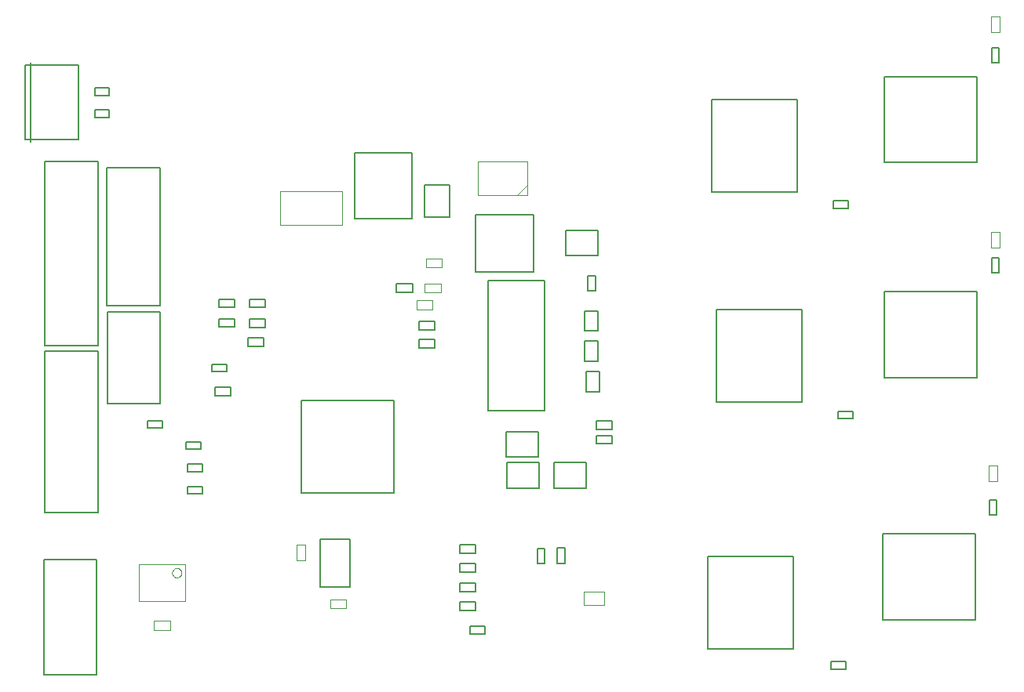
<source format=gbr>
%FSTAX23Y23*%
%MOIN*%
%SFA1B1*%

%IPPOS*%
%ADD14C,0.007870*%
%ADD119C,0.003940*%
%ADD122C,0.001000*%
%LNpcb_top_3d_body-1*%
%LPD*%
G54D14*
X04537Y03217D02*
Y03462D01*
X04292D02*
X04537D01*
X04292Y03217D02*
Y03462D01*
Y03217D02*
X04537D01*
X06421Y03684D02*
Y04048D01*
X06028D02*
X06421D01*
X06028Y03684D02*
Y04048D01*
Y03684D02*
X06421D01*
X06416Y01739D02*
Y02103D01*
X06023D02*
X06416D01*
X06023Y01739D02*
Y02103D01*
Y01739D02*
X06416D01*
X0363Y01879D02*
Y0208D01*
X03759*
Y01879D02*
Y0208D01*
X0363Y01879D02*
X03759D01*
X04344Y02629D02*
Y0318D01*
Y02629D02*
X04585D01*
Y0318*
X04344D02*
X04585D01*
X02605Y0378D02*
Y04098D01*
X02379Y0378D02*
X02605D01*
X02379D02*
Y04098D01*
X02605*
X02402Y0377D02*
Y04109D01*
X06421Y02769D02*
Y03133D01*
X06028D02*
X06421D01*
X06028Y02769D02*
Y03133D01*
Y02769D02*
X06421D01*
X04051Y02895D02*
X04118D01*
X04051D02*
Y0293D01*
X04118*
Y02895D02*
Y0293D01*
X04051Y02972D02*
X04118D01*
X04051D02*
Y03007D01*
X04118*
Y02972D02*
Y03007D01*
X04676Y03393D02*
X04813D01*
Y03286D02*
Y03393D01*
X04676Y03286D02*
X04813D01*
X04676D02*
Y03393D01*
X04625Y02406D02*
X04762D01*
Y02299D02*
Y02406D01*
X04625Y02299D02*
X04762D01*
X04625D02*
Y02406D01*
X04421Y02538D02*
X04558D01*
Y02431D02*
Y02538D01*
X04421Y02431D02*
X04558D01*
X04421D02*
Y02538D01*
X04426Y02406D02*
X04563D01*
Y02299D02*
Y02406D01*
X04426Y02299D02*
X04563D01*
X04426D02*
Y02406D01*
X04226Y02022D02*
X04293D01*
X04226D02*
Y02057D01*
X04293*
Y02022D02*
Y02057D01*
X04226Y01859D02*
X04293D01*
X04226D02*
Y01895D01*
X04293*
Y01859D02*
Y01895D01*
X04226Y01941D02*
X04293D01*
X04226D02*
Y01976D01*
X04293*
Y01941D02*
Y01976D01*
X03553Y02278D02*
Y02671D01*
X03946*
Y02278D02*
Y02671D01*
X03553Y02278D02*
X03946D01*
X03326Y02937D02*
X03393D01*
Y02902D02*
Y02937D01*
X03326Y02902D02*
X03393D01*
X03326D02*
Y02937D01*
X03201Y03019D02*
X03268D01*
Y02984D02*
Y03019D01*
X03201Y02984D02*
X03268D01*
X03201D02*
Y03019D01*
X03331Y03017D02*
X03398D01*
Y02982D02*
Y03017D01*
X03331Y02982D02*
X03398D01*
X03331D02*
Y03017D01*
X03201Y03102D02*
X03268D01*
Y03067D02*
Y03102D01*
X03201Y03067D02*
X03268D01*
X03201D02*
Y03102D01*
X03331D02*
X03398D01*
Y03067D02*
Y03102D01*
X03331Y03067D02*
X03398D01*
X03331D02*
Y03102D01*
X04226Y01778D02*
X04293D01*
X04226D02*
Y01813D01*
X04293*
Y01778D02*
Y01813D01*
X04268Y0171D02*
X04331D01*
Y01679D02*
Y0171D01*
X04268Y01679D02*
X04331D01*
X04268D02*
Y0171D01*
X04672Y01976D02*
Y02043D01*
X04637Y01976D02*
X04672D01*
X04637D02*
Y02043D01*
X04672*
X04585Y01978D02*
Y02041D01*
X04554Y01978D02*
X04585D01*
X04554D02*
Y02041D01*
X04585*
X06474Y02183D02*
Y02246D01*
X06505*
Y02183D02*
Y02246D01*
X06474Y02183D02*
X06505D01*
X06484Y03213D02*
Y03276D01*
X06515*
Y03213D02*
Y03276D01*
X06484Y03213D02*
X06515D01*
X06484Y04108D02*
Y04171D01*
X06515*
Y04108D02*
Y04171D01*
X06484Y04108D02*
X06515D01*
X05803Y0156D02*
X05866D01*
Y01529D02*
Y0156D01*
X05803Y01529D02*
X05866D01*
X05803D02*
Y0156D01*
X05833Y02625D02*
X05896D01*
Y02594D02*
Y02625D01*
X05833Y02594D02*
X05896D01*
X05833D02*
Y02625D01*
X04806Y02548D02*
X04873D01*
X04806D02*
Y02583D01*
X04873*
Y02548D02*
Y02583D01*
X04806Y02487D02*
X04873D01*
X04806D02*
Y02522D01*
X04873*
Y02487D02*
Y02522D01*
X03955Y03131D02*
X04024D01*
X03955D02*
Y03168D01*
X04024*
Y03131D02*
Y03168D01*
X048Y03138D02*
Y03201D01*
X04769Y03138D02*
X048D01*
X04769D02*
Y03201D01*
X048*
X04818Y02709D02*
Y02795D01*
X04761Y02709D02*
X04818D01*
X04761D02*
Y02795D01*
X04818*
X04813Y02837D02*
Y02923D01*
X04756Y02837D02*
X04813D01*
X04756D02*
Y02923D01*
X04813*
Y02966D02*
Y03052D01*
X04756Y02966D02*
X04813D01*
X04756D02*
Y03052D01*
X04813*
X02898Y02554D02*
X02961D01*
X02898D02*
Y02585D01*
X02961*
Y02554D02*
Y02585D01*
X03068Y02305D02*
X03131D01*
Y02274D02*
Y02305D01*
X03068Y02274D02*
X03131D01*
X03068D02*
Y02305D01*
X03063Y02495D02*
X03126D01*
Y02464D02*
Y02495D01*
X03063Y02464D02*
X03126D01*
X03063D02*
Y02495D01*
X03068Y024D02*
X03131D01*
Y02369D02*
Y024D01*
X03068Y02369D02*
X03131D01*
X03068D02*
Y024D01*
X02461Y02195D02*
Y0288D01*
X02687*
Y02195D02*
Y0288D01*
X02461Y02195D02*
X02687D01*
X02461Y02905D02*
Y03689D01*
X02687*
Y02905D02*
Y03689D01*
X02461Y02905D02*
X02687D01*
X02726Y03074D02*
Y0366D01*
X02952*
Y03074D02*
Y0366D01*
X02726Y03074D02*
X02952D01*
X03173Y02794D02*
X03236D01*
X03173D02*
Y02825D01*
X03236*
Y02794D02*
Y02825D01*
X03186Y02692D02*
X03253D01*
X03186D02*
Y02727D01*
X03253*
Y02692D02*
Y02727D01*
X02727Y02658D02*
Y03048D01*
X02953*
Y02658D02*
Y03048D01*
X02727Y02658D02*
X02953D01*
X02683Y01505D02*
Y01993D01*
X02457Y01505D02*
X02683D01*
X02457D02*
Y01993D01*
X02683*
X05813Y0352D02*
X05876D01*
Y03489D02*
Y0352D01*
X05813Y03489D02*
X05876D01*
X05813D02*
Y0352D01*
X02674Y03906D02*
X02735D01*
Y03873D02*
Y03906D01*
X02674Y03873D02*
X02735D01*
X02674D02*
Y03906D01*
Y04001D02*
X02735D01*
Y03968D02*
Y04001D01*
X02674Y03968D02*
X02735D01*
X02674D02*
Y04001D01*
X05279Y01614D02*
Y02008D01*
X05643*
Y01614D02*
Y02008D01*
X05279Y01614D02*
X05643D01*
X05294Y03558D02*
Y03951D01*
X05658*
Y03558D02*
Y03951D01*
X05294Y03558D02*
X05658D01*
X05314Y02663D02*
Y03056D01*
X05678*
Y02663D02*
Y03056D01*
X05314Y02663D02*
X05678D01*
X04076Y03451D02*
X04183D01*
Y03588*
X04076D02*
X04183D01*
X04076Y03451D02*
Y03588D01*
X03777Y03445D02*
X04022D01*
Y03724*
X03777D02*
X04022D01*
X03777Y03445D02*
Y03724D01*
G54D119*
X03042Y01938D02*
D01*
X03042Y01939*
X03042Y01941*
X03042Y01942*
X03041Y01943*
X03041Y01945*
X0304Y01946*
X0304Y01947*
X03039Y01948*
X03038Y01949*
X03038Y0195*
X03037Y01951*
X03036Y01952*
X03035Y01953*
X03034Y01954*
X03032Y01955*
X03031Y01956*
X0303Y01956*
X03029Y01957*
X03027Y01957*
X03026Y01957*
X03025Y01957*
X03023Y01957*
X03022*
X0302Y01957*
X03019Y01957*
X03018Y01957*
X03016Y01957*
X03015Y01956*
X03014Y01956*
X03013Y01955*
X03011Y01954*
X0301Y01953*
X03009Y01952*
X03008Y01951*
X03007Y0195*
X03007Y01949*
X03006Y01948*
X03005Y01947*
X03005Y01946*
X03004Y01945*
X03004Y01943*
X03003Y01942*
X03003Y01941*
X03003Y01939*
X03003Y01938*
X03003Y01936*
X03003Y01935*
X03003Y01934*
X03004Y01932*
X03004Y01931*
X03005Y0193*
X03005Y01929*
X03006Y01927*
X03007Y01926*
X03007Y01925*
X03008Y01924*
X03009Y01923*
X0301Y01922*
X03011Y01921*
X03013Y01921*
X03014Y0192*
X03015Y0192*
X03016Y01919*
X03018Y01919*
X03019Y01918*
X0302Y01918*
X03022Y01918*
X03023*
X03025Y01918*
X03026Y01918*
X03027Y01919*
X03029Y01919*
X0303Y0192*
X03031Y0192*
X03032Y01921*
X03034Y01921*
X03035Y01922*
X03036Y01923*
X03037Y01924*
X03038Y01925*
X03038Y01926*
X03039Y01927*
X0304Y01929*
X0304Y0193*
X03041Y01931*
X03041Y01932*
X03042Y01934*
X03042Y01935*
X03042Y01936*
X03042Y01938*
X04302Y03543D02*
X0451D01*
X04302D02*
Y03686D01*
X0451*
Y03543D02*
Y03686D01*
X04468Y03543D02*
X0451Y03586D01*
X0408Y03236D02*
X04149D01*
X0408Y03273D02*
X04149D01*
Y03236D02*
Y03273D01*
X0408Y03236D02*
Y03273D01*
X03532Y01991D02*
X03567D01*
X03532Y02058D02*
X03567D01*
X03532Y01991D02*
Y02058D01*
X03567Y01991D02*
Y02058D01*
X03676Y01787D02*
Y01823D01*
X03743Y01787D02*
Y01823D01*
X03676D02*
X03743D01*
X03676Y01787D02*
X03743D01*
X06507Y02326D02*
Y02393D01*
X06472Y02326D02*
Y02393D01*
X06507*
X06472Y02326D02*
X06507D01*
X06482Y03321D02*
Y03388D01*
X06517Y03321D02*
Y03388D01*
X06482Y03321D02*
X06517D01*
X06482Y03388D02*
X06517D01*
Y04236D02*
Y04303D01*
X06482Y04236D02*
Y04303D01*
X06517*
X06482Y04236D02*
X06517D01*
X04109Y03059D02*
Y03096D01*
X0404Y03059D02*
Y03096D01*
Y03059D02*
X04109D01*
X0404Y03096D02*
X04109D01*
X04075Y03168D02*
X04144D01*
X04075Y03131D02*
X04144D01*
X04075D02*
Y03168D01*
X04144Y03131D02*
Y03168D01*
X02924Y01734D02*
X02995D01*
X02924Y01695D02*
X02995D01*
X02924D02*
Y01734D01*
X02995Y01695D02*
Y01734D01*
X03463Y03417D02*
X03726D01*
X03463Y03562D02*
X03726D01*
X03463Y03417D02*
Y03562D01*
X03726Y03417D02*
Y03562D01*
X02861Y01816D02*
Y01973D01*
X03058Y01816D02*
Y01973D01*
X02861Y01816D02*
X03058D01*
X02861Y01973D02*
X03058D01*
G54D122*
X04838Y01802D02*
Y01857D01*
X04751Y01802D02*
X04838D01*
X04751D02*
Y01857D01*
X04838*
M02*
</source>
